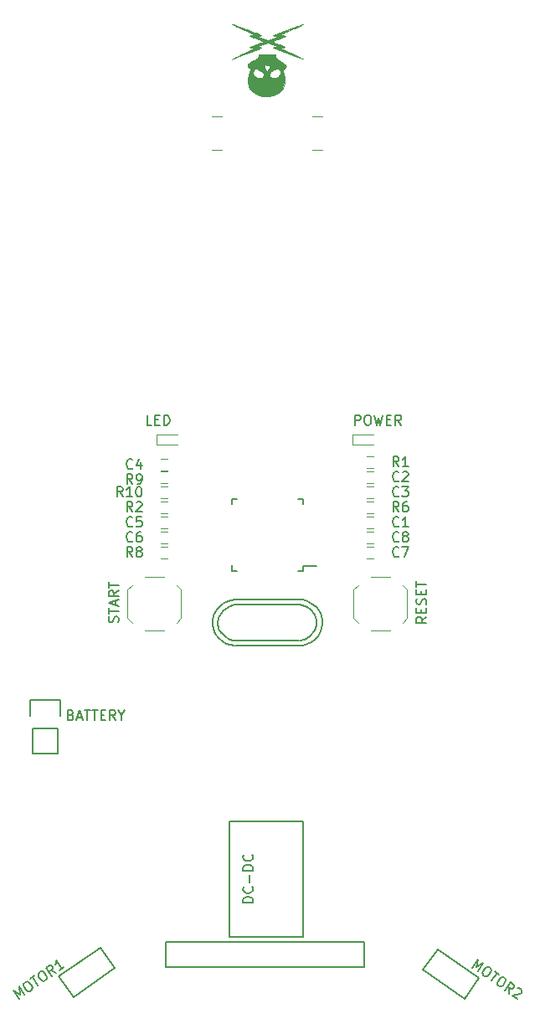
<source format=gbr>
G04 #@! TF.GenerationSoftware,KiCad,Pcbnew,no-vcs-found-c78a2ba~59~ubuntu16.10.1*
G04 #@! TF.CreationDate,2017-09-21T00:22:34+02:00*
G04 #@! TF.ProjectId,rat_board,7261745F626F6172642E6B696361645F,rev?*
G04 #@! TF.SameCoordinates,Original
G04 #@! TF.FileFunction,Legend,Top*
G04 #@! TF.FilePolarity,Positive*
%FSLAX46Y46*%
G04 Gerber Fmt 4.6, Leading zero omitted, Abs format (unit mm)*
G04 Created by KiCad (PCBNEW no-vcs-found-c78a2ba~59~ubuntu16.10.1) date Thu Sep 21 00:22:34 2017*
%MOMM*%
%LPD*%
G01*
G04 APERTURE LIST*
%ADD10C,0.150000*%
%ADD11C,0.120000*%
%ADD12C,0.010000*%
G04 APERTURE END LIST*
D10*
X144621000Y-126230000D02*
X137121000Y-126230000D01*
X144621000Y-137930000D02*
X137121000Y-137930000D01*
X137121000Y-137930000D02*
X137121000Y-126230000D01*
X144621000Y-137930000D02*
X144621000Y-126230000D01*
X162345411Y-142115003D02*
X160888527Y-144195649D01*
X156727235Y-141281881D02*
X160888527Y-144195649D01*
X158184119Y-139201235D02*
X156727235Y-141281881D01*
X162345411Y-142115003D02*
X158184119Y-139201235D01*
X124058527Y-139014351D02*
X125515411Y-141094997D01*
X121354119Y-144008765D02*
X125515411Y-141094997D01*
X119897235Y-141928119D02*
X121354119Y-144008765D01*
X124058527Y-139014351D02*
X119897235Y-141928119D01*
X150749000Y-138430000D02*
X150749000Y-140970000D01*
X130683000Y-138430000D02*
X150749000Y-138430000D01*
X130683000Y-140970000D02*
X130683000Y-138430000D01*
X130683000Y-140970000D02*
X150749000Y-140970000D01*
D11*
X151734000Y-90516000D02*
X151034000Y-90516000D01*
X151034000Y-89316000D02*
X151734000Y-89316000D01*
X130206000Y-93888000D02*
X130906000Y-93888000D01*
X130906000Y-95088000D02*
X130206000Y-95088000D01*
X151034000Y-93888000D02*
X151734000Y-93888000D01*
X151734000Y-95088000D02*
X151034000Y-95088000D01*
X130906000Y-99660000D02*
X130206000Y-99660000D01*
X130206000Y-98460000D02*
X130906000Y-98460000D01*
X130906000Y-92040000D02*
X130206000Y-92040000D01*
X130206000Y-90840000D02*
X130906000Y-90840000D01*
X130206000Y-92364000D02*
X130906000Y-92364000D01*
X130906000Y-93564000D02*
X130206000Y-93564000D01*
D10*
X144595000Y-100457000D02*
X145970000Y-100457000D01*
X137345000Y-100907000D02*
X137870000Y-100907000D01*
X137345000Y-93657000D02*
X137870000Y-93657000D01*
X144595000Y-93657000D02*
X144070000Y-93657000D01*
X144595000Y-100907000D02*
X144070000Y-100907000D01*
X144595000Y-93657000D02*
X144595000Y-94182000D01*
X137345000Y-93657000D02*
X137345000Y-94182000D01*
X137345000Y-100907000D02*
X137345000Y-100382000D01*
X144595000Y-100907000D02*
X144595000Y-100457000D01*
D11*
X126840000Y-102817000D02*
X127290000Y-102367000D01*
X128540000Y-101567000D02*
X130540000Y-101567000D01*
X131790000Y-102367000D02*
X132240000Y-102817000D01*
X132240000Y-102817000D02*
X132240000Y-105717000D01*
X132240000Y-105717000D02*
X131790000Y-106167000D01*
X130540000Y-106967000D02*
X128540000Y-106967000D01*
X127290000Y-106167000D02*
X126840000Y-105717000D01*
X126840000Y-105717000D02*
X126840000Y-102817000D01*
X155100000Y-105717000D02*
X154650000Y-106167000D01*
X153400000Y-106967000D02*
X151400000Y-106967000D01*
X150150000Y-106167000D02*
X149700000Y-105717000D01*
X149700000Y-105717000D02*
X149700000Y-102817000D01*
X149700000Y-102817000D02*
X150150000Y-102367000D01*
X151400000Y-101567000D02*
X153400000Y-101567000D01*
X154650000Y-102367000D02*
X155100000Y-102817000D01*
X155100000Y-102817000D02*
X155100000Y-105717000D01*
X151734000Y-96612000D02*
X151034000Y-96612000D01*
X151034000Y-95412000D02*
X151734000Y-95412000D01*
X151034000Y-90840000D02*
X151734000Y-90840000D01*
X151734000Y-92040000D02*
X151034000Y-92040000D01*
X151034000Y-92364000D02*
X151734000Y-92364000D01*
X151734000Y-93564000D02*
X151034000Y-93564000D01*
X130906000Y-90770000D02*
X130206000Y-90770000D01*
X130206000Y-89570000D02*
X130906000Y-89570000D01*
X130906000Y-96612000D02*
X130206000Y-96612000D01*
X130206000Y-95412000D02*
X130906000Y-95412000D01*
X130206000Y-96936000D02*
X130906000Y-96936000D01*
X130906000Y-98136000D02*
X130206000Y-98136000D01*
X151734000Y-99660000D02*
X151034000Y-99660000D01*
X151034000Y-98460000D02*
X151734000Y-98460000D01*
X151734000Y-98136000D02*
X151034000Y-98136000D01*
X151034000Y-96936000D02*
X151734000Y-96936000D01*
X149576000Y-87130000D02*
X151676000Y-87130000D01*
X149576000Y-88130000D02*
X151676000Y-88130000D01*
X149576000Y-87130000D02*
X149576000Y-88130000D01*
X129764000Y-87130000D02*
X131864000Y-87130000D01*
X129764000Y-88130000D02*
X131864000Y-88130000D01*
X129764000Y-87130000D02*
X129764000Y-88130000D01*
D10*
X119761000Y-119380000D02*
X117221000Y-119380000D01*
X119761000Y-116840000D02*
X119761000Y-119380000D01*
X120041000Y-114020000D02*
X116941000Y-114020000D01*
X120041000Y-115570000D02*
X120041000Y-114020000D01*
X117221000Y-116840000D02*
X119761000Y-116840000D01*
X117221000Y-119380000D02*
X117221000Y-116840000D01*
X116941000Y-114020000D02*
X116941000Y-115570000D01*
D12*
G36*
X137382590Y-49176441D02*
X137433438Y-49147918D01*
X137526735Y-49100891D01*
X137663203Y-49035002D01*
X137843566Y-48949892D01*
X138068548Y-48845201D01*
X138338872Y-48720570D01*
X138513797Y-48640346D01*
X138731689Y-48540093D01*
X138934174Y-48445998D01*
X139116813Y-48360189D01*
X139275169Y-48284797D01*
X139404800Y-48221951D01*
X139501270Y-48173781D01*
X139560138Y-48142418D01*
X139577181Y-48130118D01*
X139546858Y-48114126D01*
X139481792Y-48085844D01*
X139394815Y-48050794D01*
X139374855Y-48043047D01*
X139286235Y-48007554D01*
X139218183Y-47977794D01*
X139182851Y-47959149D01*
X139180648Y-47957030D01*
X139201432Y-47945250D01*
X139264465Y-47918739D01*
X139364088Y-47879658D01*
X139494642Y-47830169D01*
X139650465Y-47772431D01*
X139825899Y-47708607D01*
X139917209Y-47675800D01*
X140099700Y-47609844D01*
X140264893Y-47548875D01*
X140407216Y-47495052D01*
X140521096Y-47450532D01*
X140600964Y-47417470D01*
X140641246Y-47398026D01*
X140644816Y-47394095D01*
X140617316Y-47382079D01*
X140547948Y-47355249D01*
X140442703Y-47315822D01*
X140307573Y-47266015D01*
X140148550Y-47208047D01*
X139971625Y-47144134D01*
X139897528Y-47117524D01*
X139716740Y-47051969D01*
X139553032Y-46991185D01*
X139412093Y-46937396D01*
X139299611Y-46892830D01*
X139221274Y-46859711D01*
X139182773Y-46840267D01*
X139179857Y-46836700D01*
X139207830Y-46819504D01*
X139271429Y-46791072D01*
X139358286Y-46756825D01*
X139382380Y-46747919D01*
X139471087Y-46713723D01*
X139537609Y-46684565D01*
X139570601Y-46665535D01*
X139572286Y-46662748D01*
X139549800Y-46649173D01*
X139485890Y-46616928D01*
X139385408Y-46568308D01*
X139253205Y-46505606D01*
X139094130Y-46431114D01*
X138913035Y-46347127D01*
X138714770Y-46255938D01*
X138626136Y-46215399D01*
X138344781Y-46086805D01*
X138106601Y-45977631D01*
X137908477Y-45886384D01*
X137747292Y-45811569D01*
X137619926Y-45751691D01*
X137523260Y-45705256D01*
X137454176Y-45670769D01*
X137409554Y-45646735D01*
X137386276Y-45631659D01*
X137381223Y-45624048D01*
X137388600Y-45622328D01*
X137418499Y-45631176D01*
X137491680Y-45656640D01*
X137603982Y-45697177D01*
X137751245Y-45751242D01*
X137929309Y-45817291D01*
X138134011Y-45893779D01*
X138361193Y-45979164D01*
X138606692Y-46071899D01*
X138866350Y-46170441D01*
X138906139Y-46185581D01*
X139166425Y-46284899D01*
X139412125Y-46379126D01*
X139639207Y-46466686D01*
X139843642Y-46546001D01*
X140021397Y-46615495D01*
X140168443Y-46673590D01*
X140280748Y-46718709D01*
X140354281Y-46749275D01*
X140385011Y-46763711D01*
X140385689Y-46764445D01*
X140363577Y-46779617D01*
X140304490Y-46806531D01*
X140219459Y-46840322D01*
X140182442Y-46854026D01*
X139979084Y-46927863D01*
X141006612Y-47287507D01*
X141388356Y-47154142D01*
X141525945Y-47105762D01*
X141652852Y-47060567D01*
X141758471Y-47022376D01*
X141832194Y-46995008D01*
X141854364Y-46986338D01*
X141938627Y-46951900D01*
X141746414Y-46880453D01*
X141657266Y-46845307D01*
X141590113Y-46815007D01*
X141556274Y-46794790D01*
X141554309Y-46791553D01*
X141577322Y-46779572D01*
X141643060Y-46751736D01*
X141746633Y-46709901D01*
X141883154Y-46655921D01*
X142047732Y-46591651D01*
X142235479Y-46518945D01*
X142441506Y-46439657D01*
X142660924Y-46355643D01*
X142888844Y-46268756D01*
X143120377Y-46180852D01*
X143350635Y-46093784D01*
X143574729Y-46009408D01*
X143787768Y-45929578D01*
X143984866Y-45856149D01*
X144161132Y-45790974D01*
X144311677Y-45735909D01*
X144431614Y-45692808D01*
X144516052Y-45663526D01*
X144560104Y-45649917D01*
X144565403Y-45649336D01*
X144545711Y-45662119D01*
X144484506Y-45693682D01*
X144386513Y-45741768D01*
X144256457Y-45804122D01*
X144099066Y-45878486D01*
X143919064Y-45962605D01*
X143721177Y-46054222D01*
X143618249Y-46101565D01*
X143405087Y-46199434D01*
X143200396Y-46293471D01*
X143010119Y-46380943D01*
X142840194Y-46459116D01*
X142696562Y-46525257D01*
X142585165Y-46576633D01*
X142511942Y-46610511D01*
X142496555Y-46617671D01*
X142334009Y-46693541D01*
X142509255Y-46760634D01*
X142602852Y-46796454D01*
X142683227Y-46827190D01*
X142733728Y-46846473D01*
X142735300Y-46847072D01*
X142753898Y-46854494D01*
X142764383Y-46861930D01*
X142762278Y-46871307D01*
X142743105Y-46884552D01*
X142702386Y-46903593D01*
X142635644Y-46930356D01*
X142538399Y-46966771D01*
X142406176Y-47014764D01*
X142234495Y-47076262D01*
X142049500Y-47142270D01*
X141876041Y-47204501D01*
X141718239Y-47261795D01*
X141582440Y-47311794D01*
X141474989Y-47352139D01*
X141402229Y-47380472D01*
X141370507Y-47394435D01*
X141369924Y-47394868D01*
X141387913Y-47407365D01*
X141448114Y-47434432D01*
X141544804Y-47473819D01*
X141672262Y-47523272D01*
X141824764Y-47580540D01*
X141996590Y-47643369D01*
X142050797Y-47662875D01*
X142228988Y-47727208D01*
X142391192Y-47786627D01*
X142531358Y-47838847D01*
X142643437Y-47881584D01*
X142721376Y-47912552D01*
X142759127Y-47929466D01*
X142761649Y-47931336D01*
X142744412Y-47947215D01*
X142689217Y-47975361D01*
X142605968Y-48011010D01*
X142553367Y-48031503D01*
X142451227Y-48070489D01*
X142390637Y-48096300D01*
X142365601Y-48113652D01*
X142370124Y-48127263D01*
X142398209Y-48141848D01*
X142407791Y-48146018D01*
X142490582Y-48182612D01*
X142606030Y-48234719D01*
X142748603Y-48299759D01*
X142912769Y-48375152D01*
X143092995Y-48458319D01*
X143283749Y-48546678D01*
X143479498Y-48637650D01*
X143674710Y-48728655D01*
X143863853Y-48817113D01*
X144041394Y-48900443D01*
X144201800Y-48976065D01*
X144339540Y-49041400D01*
X144449081Y-49093867D01*
X144524891Y-49130886D01*
X144561436Y-49149877D01*
X144563767Y-49151483D01*
X144553892Y-49155188D01*
X144505702Y-49143093D01*
X144428274Y-49117698D01*
X144386300Y-49102594D01*
X144333945Y-49083023D01*
X144240375Y-49047754D01*
X144111054Y-48998863D01*
X143951444Y-48938425D01*
X143767007Y-48868516D01*
X143563207Y-48791211D01*
X143345505Y-48708585D01*
X143119364Y-48622714D01*
X142890246Y-48535673D01*
X142663615Y-48449536D01*
X142444932Y-48366381D01*
X142239660Y-48288281D01*
X142053262Y-48217312D01*
X141891200Y-48155549D01*
X141758936Y-48105069D01*
X141661933Y-48067945D01*
X141605654Y-48046254D01*
X141598796Y-48043568D01*
X141566956Y-48019553D01*
X141585015Y-47992012D01*
X141653295Y-47960563D01*
X141675204Y-47953045D01*
X141766083Y-47920914D01*
X141855494Y-47886155D01*
X141858731Y-47884810D01*
X141947362Y-47847838D01*
X141477731Y-47682328D01*
X141008100Y-47516819D01*
X140690600Y-47626411D01*
X140550193Y-47675125D01*
X140406752Y-47725313D01*
X140277679Y-47770864D01*
X140185296Y-47803885D01*
X139997492Y-47871767D01*
X140185296Y-47942300D01*
X140276143Y-47977497D01*
X140347919Y-48007307D01*
X140387744Y-48026331D01*
X140390985Y-48028572D01*
X140370488Y-48039435D01*
X140307203Y-48066460D01*
X140205850Y-48107821D01*
X140071150Y-48161695D01*
X139907823Y-48226257D01*
X139720591Y-48299681D01*
X139514175Y-48380145D01*
X139293295Y-48465822D01*
X139062672Y-48554890D01*
X138827026Y-48645522D01*
X138591080Y-48735895D01*
X138359552Y-48824184D01*
X138137166Y-48908565D01*
X137928640Y-48987213D01*
X137738696Y-49058304D01*
X137572055Y-49120013D01*
X137477500Y-49154581D01*
X137405345Y-49179414D01*
X137373467Y-49186820D01*
X137382590Y-49176441D01*
X137382590Y-49176441D01*
G37*
X137382590Y-49176441D02*
X137433438Y-49147918D01*
X137526735Y-49100891D01*
X137663203Y-49035002D01*
X137843566Y-48949892D01*
X138068548Y-48845201D01*
X138338872Y-48720570D01*
X138513797Y-48640346D01*
X138731689Y-48540093D01*
X138934174Y-48445998D01*
X139116813Y-48360189D01*
X139275169Y-48284797D01*
X139404800Y-48221951D01*
X139501270Y-48173781D01*
X139560138Y-48142418D01*
X139577181Y-48130118D01*
X139546858Y-48114126D01*
X139481792Y-48085844D01*
X139394815Y-48050794D01*
X139374855Y-48043047D01*
X139286235Y-48007554D01*
X139218183Y-47977794D01*
X139182851Y-47959149D01*
X139180648Y-47957030D01*
X139201432Y-47945250D01*
X139264465Y-47918739D01*
X139364088Y-47879658D01*
X139494642Y-47830169D01*
X139650465Y-47772431D01*
X139825899Y-47708607D01*
X139917209Y-47675800D01*
X140099700Y-47609844D01*
X140264893Y-47548875D01*
X140407216Y-47495052D01*
X140521096Y-47450532D01*
X140600964Y-47417470D01*
X140641246Y-47398026D01*
X140644816Y-47394095D01*
X140617316Y-47382079D01*
X140547948Y-47355249D01*
X140442703Y-47315822D01*
X140307573Y-47266015D01*
X140148550Y-47208047D01*
X139971625Y-47144134D01*
X139897528Y-47117524D01*
X139716740Y-47051969D01*
X139553032Y-46991185D01*
X139412093Y-46937396D01*
X139299611Y-46892830D01*
X139221274Y-46859711D01*
X139182773Y-46840267D01*
X139179857Y-46836700D01*
X139207830Y-46819504D01*
X139271429Y-46791072D01*
X139358286Y-46756825D01*
X139382380Y-46747919D01*
X139471087Y-46713723D01*
X139537609Y-46684565D01*
X139570601Y-46665535D01*
X139572286Y-46662748D01*
X139549800Y-46649173D01*
X139485890Y-46616928D01*
X139385408Y-46568308D01*
X139253205Y-46505606D01*
X139094130Y-46431114D01*
X138913035Y-46347127D01*
X138714770Y-46255938D01*
X138626136Y-46215399D01*
X138344781Y-46086805D01*
X138106601Y-45977631D01*
X137908477Y-45886384D01*
X137747292Y-45811569D01*
X137619926Y-45751691D01*
X137523260Y-45705256D01*
X137454176Y-45670769D01*
X137409554Y-45646735D01*
X137386276Y-45631659D01*
X137381223Y-45624048D01*
X137388600Y-45622328D01*
X137418499Y-45631176D01*
X137491680Y-45656640D01*
X137603982Y-45697177D01*
X137751245Y-45751242D01*
X137929309Y-45817291D01*
X138134011Y-45893779D01*
X138361193Y-45979164D01*
X138606692Y-46071899D01*
X138866350Y-46170441D01*
X138906139Y-46185581D01*
X139166425Y-46284899D01*
X139412125Y-46379126D01*
X139639207Y-46466686D01*
X139843642Y-46546001D01*
X140021397Y-46615495D01*
X140168443Y-46673590D01*
X140280748Y-46718709D01*
X140354281Y-46749275D01*
X140385011Y-46763711D01*
X140385689Y-46764445D01*
X140363577Y-46779617D01*
X140304490Y-46806531D01*
X140219459Y-46840322D01*
X140182442Y-46854026D01*
X139979084Y-46927863D01*
X141006612Y-47287507D01*
X141388356Y-47154142D01*
X141525945Y-47105762D01*
X141652852Y-47060567D01*
X141758471Y-47022376D01*
X141832194Y-46995008D01*
X141854364Y-46986338D01*
X141938627Y-46951900D01*
X141746414Y-46880453D01*
X141657266Y-46845307D01*
X141590113Y-46815007D01*
X141556274Y-46794790D01*
X141554309Y-46791553D01*
X141577322Y-46779572D01*
X141643060Y-46751736D01*
X141746633Y-46709901D01*
X141883154Y-46655921D01*
X142047732Y-46591651D01*
X142235479Y-46518945D01*
X142441506Y-46439657D01*
X142660924Y-46355643D01*
X142888844Y-46268756D01*
X143120377Y-46180852D01*
X143350635Y-46093784D01*
X143574729Y-46009408D01*
X143787768Y-45929578D01*
X143984866Y-45856149D01*
X144161132Y-45790974D01*
X144311677Y-45735909D01*
X144431614Y-45692808D01*
X144516052Y-45663526D01*
X144560104Y-45649917D01*
X144565403Y-45649336D01*
X144545711Y-45662119D01*
X144484506Y-45693682D01*
X144386513Y-45741768D01*
X144256457Y-45804122D01*
X144099066Y-45878486D01*
X143919064Y-45962605D01*
X143721177Y-46054222D01*
X143618249Y-46101565D01*
X143405087Y-46199434D01*
X143200396Y-46293471D01*
X143010119Y-46380943D01*
X142840194Y-46459116D01*
X142696562Y-46525257D01*
X142585165Y-46576633D01*
X142511942Y-46610511D01*
X142496555Y-46617671D01*
X142334009Y-46693541D01*
X142509255Y-46760634D01*
X142602852Y-46796454D01*
X142683227Y-46827190D01*
X142733728Y-46846473D01*
X142735300Y-46847072D01*
X142753898Y-46854494D01*
X142764383Y-46861930D01*
X142762278Y-46871307D01*
X142743105Y-46884552D01*
X142702386Y-46903593D01*
X142635644Y-46930356D01*
X142538399Y-46966771D01*
X142406176Y-47014764D01*
X142234495Y-47076262D01*
X142049500Y-47142270D01*
X141876041Y-47204501D01*
X141718239Y-47261795D01*
X141582440Y-47311794D01*
X141474989Y-47352139D01*
X141402229Y-47380472D01*
X141370507Y-47394435D01*
X141369924Y-47394868D01*
X141387913Y-47407365D01*
X141448114Y-47434432D01*
X141544804Y-47473819D01*
X141672262Y-47523272D01*
X141824764Y-47580540D01*
X141996590Y-47643369D01*
X142050797Y-47662875D01*
X142228988Y-47727208D01*
X142391192Y-47786627D01*
X142531358Y-47838847D01*
X142643437Y-47881584D01*
X142721376Y-47912552D01*
X142759127Y-47929466D01*
X142761649Y-47931336D01*
X142744412Y-47947215D01*
X142689217Y-47975361D01*
X142605968Y-48011010D01*
X142553367Y-48031503D01*
X142451227Y-48070489D01*
X142390637Y-48096300D01*
X142365601Y-48113652D01*
X142370124Y-48127263D01*
X142398209Y-48141848D01*
X142407791Y-48146018D01*
X142490582Y-48182612D01*
X142606030Y-48234719D01*
X142748603Y-48299759D01*
X142912769Y-48375152D01*
X143092995Y-48458319D01*
X143283749Y-48546678D01*
X143479498Y-48637650D01*
X143674710Y-48728655D01*
X143863853Y-48817113D01*
X144041394Y-48900443D01*
X144201800Y-48976065D01*
X144339540Y-49041400D01*
X144449081Y-49093867D01*
X144524891Y-49130886D01*
X144561436Y-49149877D01*
X144563767Y-49151483D01*
X144553892Y-49155188D01*
X144505702Y-49143093D01*
X144428274Y-49117698D01*
X144386300Y-49102594D01*
X144333945Y-49083023D01*
X144240375Y-49047754D01*
X144111054Y-48998863D01*
X143951444Y-48938425D01*
X143767007Y-48868516D01*
X143563207Y-48791211D01*
X143345505Y-48708585D01*
X143119364Y-48622714D01*
X142890246Y-48535673D01*
X142663615Y-48449536D01*
X142444932Y-48366381D01*
X142239660Y-48288281D01*
X142053262Y-48217312D01*
X141891200Y-48155549D01*
X141758936Y-48105069D01*
X141661933Y-48067945D01*
X141605654Y-48046254D01*
X141598796Y-48043568D01*
X141566956Y-48019553D01*
X141585015Y-47992012D01*
X141653295Y-47960563D01*
X141675204Y-47953045D01*
X141766083Y-47920914D01*
X141855494Y-47886155D01*
X141858731Y-47884810D01*
X141947362Y-47847838D01*
X141477731Y-47682328D01*
X141008100Y-47516819D01*
X140690600Y-47626411D01*
X140550193Y-47675125D01*
X140406752Y-47725313D01*
X140277679Y-47770864D01*
X140185296Y-47803885D01*
X139997492Y-47871767D01*
X140185296Y-47942300D01*
X140276143Y-47977497D01*
X140347919Y-48007307D01*
X140387744Y-48026331D01*
X140390985Y-48028572D01*
X140370488Y-48039435D01*
X140307203Y-48066460D01*
X140205850Y-48107821D01*
X140071150Y-48161695D01*
X139907823Y-48226257D01*
X139720591Y-48299681D01*
X139514175Y-48380145D01*
X139293295Y-48465822D01*
X139062672Y-48554890D01*
X138827026Y-48645522D01*
X138591080Y-48735895D01*
X138359552Y-48824184D01*
X138137166Y-48908565D01*
X137928640Y-48987213D01*
X137738696Y-49058304D01*
X137572055Y-49120013D01*
X137477500Y-49154581D01*
X137405345Y-49179414D01*
X137373467Y-49186820D01*
X137382590Y-49176441D01*
G36*
X140721101Y-52928384D02*
X140566322Y-52920434D01*
X140471654Y-52909348D01*
X140182345Y-52843249D01*
X139913760Y-52743415D01*
X139670909Y-52613321D01*
X139458798Y-52456440D01*
X139282437Y-52276246D01*
X139146833Y-52076215D01*
X139087531Y-51949173D01*
X139060812Y-51870028D01*
X139042240Y-51784149D01*
X139029900Y-51678347D01*
X139021878Y-51539434D01*
X139019801Y-51482505D01*
X139026847Y-51158716D01*
X139070658Y-50832128D01*
X139153044Y-50490403D01*
X139177270Y-50409559D01*
X139210363Y-50291204D01*
X139221768Y-50206119D01*
X139209314Y-50140672D01*
X139170831Y-50081232D01*
X139116089Y-50025300D01*
X139025192Y-49924180D01*
X138981120Y-49834320D01*
X138982192Y-49751885D01*
X138988500Y-49733927D01*
X139024811Y-49665313D01*
X139077592Y-49602238D01*
X139153178Y-49540198D01*
X139257908Y-49474689D01*
X139398118Y-49401208D01*
X139573000Y-49318518D01*
X139684699Y-49264214D01*
X139787911Y-49208451D01*
X139867845Y-49159480D01*
X139897964Y-49137228D01*
X139994163Y-49028858D01*
X140057942Y-48900496D01*
X140081000Y-48769012D01*
X140081265Y-48722489D01*
X140087646Y-48691956D01*
X140108527Y-48675315D01*
X140152290Y-48670467D01*
X140227317Y-48675314D01*
X140341990Y-48687757D01*
X140385800Y-48692705D01*
X140458827Y-48698143D01*
X140573011Y-48703213D01*
X140718711Y-48707648D01*
X140886282Y-48711180D01*
X141066084Y-48713542D01*
X141163604Y-48714232D01*
X141776308Y-48717200D01*
X141792927Y-48821131D01*
X141826278Y-48951674D01*
X141885455Y-49070662D01*
X141975418Y-49183620D01*
X142101129Y-49296073D01*
X142267551Y-49413548D01*
X142396446Y-49493163D01*
X142548800Y-49584300D01*
X142662654Y-49655058D01*
X142743578Y-49710324D01*
X142797141Y-49754986D01*
X142828914Y-49793932D01*
X142844467Y-49832049D01*
X142849370Y-49874225D01*
X142849600Y-49890809D01*
X142845804Y-49940772D01*
X141208008Y-49940772D01*
X141201152Y-49847180D01*
X141175170Y-49799074D01*
X141138132Y-49764619D01*
X141101550Y-49766812D01*
X141057405Y-49795893D01*
X140974462Y-49830749D01*
X140878576Y-49818073D01*
X140818398Y-49790350D01*
X140764044Y-49762710D01*
X140733543Y-49761829D01*
X140707065Y-49788535D01*
X140702040Y-49795205D01*
X140672159Y-49874525D01*
X140674147Y-49980057D01*
X140705145Y-50100936D01*
X140762297Y-50226297D01*
X140842745Y-50345274D01*
X140848537Y-50352317D01*
X140909308Y-50425334D01*
X141013257Y-50307242D01*
X141111895Y-50177602D01*
X141177534Y-50053179D01*
X141208008Y-49940772D01*
X142845804Y-49940772D01*
X142845292Y-49947505D01*
X142827000Y-49995523D01*
X142786677Y-50048402D01*
X142716273Y-50119683D01*
X142709900Y-50125818D01*
X142652324Y-50182653D01*
X142611075Y-50231981D01*
X142585178Y-50282478D01*
X142573655Y-50342816D01*
X142575528Y-50421671D01*
X142589820Y-50527716D01*
X142594380Y-50552865D01*
X142290243Y-50552865D01*
X142273846Y-50439053D01*
X142229088Y-50328907D01*
X142164847Y-50241131D01*
X142128208Y-50211486D01*
X142034231Y-50178163D01*
X141912535Y-50172914D01*
X141777215Y-50194960D01*
X141655024Y-50237673D01*
X141509432Y-50317514D01*
X141381177Y-50415159D01*
X141277636Y-50522680D01*
X141206188Y-50632147D01*
X141174211Y-50735633D01*
X141173200Y-50755435D01*
X141176404Y-50771475D01*
X140599857Y-50771475D01*
X140585263Y-50672143D01*
X140526422Y-50564505D01*
X140453751Y-50476493D01*
X140332700Y-50366667D01*
X140196348Y-50278533D01*
X140053618Y-50214718D01*
X139913436Y-50177849D01*
X139784725Y-50170550D01*
X139676411Y-50195450D01*
X139620038Y-50231147D01*
X139548996Y-50326029D01*
X139506697Y-50452660D01*
X139496800Y-50559146D01*
X139517434Y-50696283D01*
X139581014Y-50815934D01*
X139690059Y-50921511D01*
X139827000Y-51006199D01*
X139897210Y-51037406D01*
X139970440Y-51055750D01*
X140063811Y-51064300D01*
X140161601Y-51066143D01*
X140303391Y-51060291D01*
X140406481Y-51038386D01*
X140481813Y-50995152D01*
X140540332Y-50925317D01*
X140571970Y-50868362D01*
X140599857Y-50771475D01*
X141176404Y-50771475D01*
X141195744Y-50868281D01*
X141259095Y-50959696D01*
X141356838Y-51026968D01*
X141482555Y-51067385D01*
X141629830Y-51078235D01*
X141792246Y-51056807D01*
X141850234Y-51041551D01*
X142006287Y-50975263D01*
X142134213Y-50880834D01*
X142227748Y-50765222D01*
X142280629Y-50635383D01*
X142290243Y-50552865D01*
X142594380Y-50552865D01*
X142615553Y-50669625D01*
X142636461Y-50777557D01*
X142686078Y-51089431D01*
X142705618Y-51364150D01*
X142695082Y-51605500D01*
X142654469Y-51817264D01*
X142636577Y-51875127D01*
X142547701Y-52090378D01*
X142434058Y-52273948D01*
X142284452Y-52443108D01*
X142242800Y-52482698D01*
X142087212Y-52604214D01*
X141898017Y-52716723D01*
X141692410Y-52811051D01*
X141516100Y-52870489D01*
X141401560Y-52893329D01*
X141250607Y-52911066D01*
X141077426Y-52923173D01*
X140896196Y-52929121D01*
X140721101Y-52928384D01*
X140721101Y-52928384D01*
G37*
X140721101Y-52928384D02*
X140566322Y-52920434D01*
X140471654Y-52909348D01*
X140182345Y-52843249D01*
X139913760Y-52743415D01*
X139670909Y-52613321D01*
X139458798Y-52456440D01*
X139282437Y-52276246D01*
X139146833Y-52076215D01*
X139087531Y-51949173D01*
X139060812Y-51870028D01*
X139042240Y-51784149D01*
X139029900Y-51678347D01*
X139021878Y-51539434D01*
X139019801Y-51482505D01*
X139026847Y-51158716D01*
X139070658Y-50832128D01*
X139153044Y-50490403D01*
X139177270Y-50409559D01*
X139210363Y-50291204D01*
X139221768Y-50206119D01*
X139209314Y-50140672D01*
X139170831Y-50081232D01*
X139116089Y-50025300D01*
X139025192Y-49924180D01*
X138981120Y-49834320D01*
X138982192Y-49751885D01*
X138988500Y-49733927D01*
X139024811Y-49665313D01*
X139077592Y-49602238D01*
X139153178Y-49540198D01*
X139257908Y-49474689D01*
X139398118Y-49401208D01*
X139573000Y-49318518D01*
X139684699Y-49264214D01*
X139787911Y-49208451D01*
X139867845Y-49159480D01*
X139897964Y-49137228D01*
X139994163Y-49028858D01*
X140057942Y-48900496D01*
X140081000Y-48769012D01*
X140081265Y-48722489D01*
X140087646Y-48691956D01*
X140108527Y-48675315D01*
X140152290Y-48670467D01*
X140227317Y-48675314D01*
X140341990Y-48687757D01*
X140385800Y-48692705D01*
X140458827Y-48698143D01*
X140573011Y-48703213D01*
X140718711Y-48707648D01*
X140886282Y-48711180D01*
X141066084Y-48713542D01*
X141163604Y-48714232D01*
X141776308Y-48717200D01*
X141792927Y-48821131D01*
X141826278Y-48951674D01*
X141885455Y-49070662D01*
X141975418Y-49183620D01*
X142101129Y-49296073D01*
X142267551Y-49413548D01*
X142396446Y-49493163D01*
X142548800Y-49584300D01*
X142662654Y-49655058D01*
X142743578Y-49710324D01*
X142797141Y-49754986D01*
X142828914Y-49793932D01*
X142844467Y-49832049D01*
X142849370Y-49874225D01*
X142849600Y-49890809D01*
X142845804Y-49940772D01*
X141208008Y-49940772D01*
X141201152Y-49847180D01*
X141175170Y-49799074D01*
X141138132Y-49764619D01*
X141101550Y-49766812D01*
X141057405Y-49795893D01*
X140974462Y-49830749D01*
X140878576Y-49818073D01*
X140818398Y-49790350D01*
X140764044Y-49762710D01*
X140733543Y-49761829D01*
X140707065Y-49788535D01*
X140702040Y-49795205D01*
X140672159Y-49874525D01*
X140674147Y-49980057D01*
X140705145Y-50100936D01*
X140762297Y-50226297D01*
X140842745Y-50345274D01*
X140848537Y-50352317D01*
X140909308Y-50425334D01*
X141013257Y-50307242D01*
X141111895Y-50177602D01*
X141177534Y-50053179D01*
X141208008Y-49940772D01*
X142845804Y-49940772D01*
X142845292Y-49947505D01*
X142827000Y-49995523D01*
X142786677Y-50048402D01*
X142716273Y-50119683D01*
X142709900Y-50125818D01*
X142652324Y-50182653D01*
X142611075Y-50231981D01*
X142585178Y-50282478D01*
X142573655Y-50342816D01*
X142575528Y-50421671D01*
X142589820Y-50527716D01*
X142594380Y-50552865D01*
X142290243Y-50552865D01*
X142273846Y-50439053D01*
X142229088Y-50328907D01*
X142164847Y-50241131D01*
X142128208Y-50211486D01*
X142034231Y-50178163D01*
X141912535Y-50172914D01*
X141777215Y-50194960D01*
X141655024Y-50237673D01*
X141509432Y-50317514D01*
X141381177Y-50415159D01*
X141277636Y-50522680D01*
X141206188Y-50632147D01*
X141174211Y-50735633D01*
X141173200Y-50755435D01*
X141176404Y-50771475D01*
X140599857Y-50771475D01*
X140585263Y-50672143D01*
X140526422Y-50564505D01*
X140453751Y-50476493D01*
X140332700Y-50366667D01*
X140196348Y-50278533D01*
X140053618Y-50214718D01*
X139913436Y-50177849D01*
X139784725Y-50170550D01*
X139676411Y-50195450D01*
X139620038Y-50231147D01*
X139548996Y-50326029D01*
X139506697Y-50452660D01*
X139496800Y-50559146D01*
X139517434Y-50696283D01*
X139581014Y-50815934D01*
X139690059Y-50921511D01*
X139827000Y-51006199D01*
X139897210Y-51037406D01*
X139970440Y-51055750D01*
X140063811Y-51064300D01*
X140161601Y-51066143D01*
X140303391Y-51060291D01*
X140406481Y-51038386D01*
X140481813Y-50995152D01*
X140540332Y-50925317D01*
X140571970Y-50868362D01*
X140599857Y-50771475D01*
X141176404Y-50771475D01*
X141195744Y-50868281D01*
X141259095Y-50959696D01*
X141356838Y-51026968D01*
X141482555Y-51067385D01*
X141629830Y-51078235D01*
X141792246Y-51056807D01*
X141850234Y-51041551D01*
X142006287Y-50975263D01*
X142134213Y-50880834D01*
X142227748Y-50765222D01*
X142280629Y-50635383D01*
X142290243Y-50552865D01*
X142594380Y-50552865D01*
X142615553Y-50669625D01*
X142636461Y-50777557D01*
X142686078Y-51089431D01*
X142705618Y-51364150D01*
X142695082Y-51605500D01*
X142654469Y-51817264D01*
X142636577Y-51875127D01*
X142547701Y-52090378D01*
X142434058Y-52273948D01*
X142284452Y-52443108D01*
X142242800Y-52482698D01*
X142087212Y-52604214D01*
X141898017Y-52716723D01*
X141692410Y-52811051D01*
X141516100Y-52870489D01*
X141401560Y-52893329D01*
X141250607Y-52911066D01*
X141077426Y-52923173D01*
X140896196Y-52929121D01*
X140721101Y-52928384D01*
D10*
X136271000Y-107172760D02*
X136070340Y-106771440D01*
X136070340Y-106771440D02*
X135968740Y-106172000D01*
X135968740Y-106172000D02*
X136070340Y-105671620D01*
X136070340Y-105671620D02*
X136469120Y-104973120D01*
X136469120Y-104973120D02*
X137071100Y-104571800D01*
X137071100Y-104571800D02*
X137670540Y-104371140D01*
X137670540Y-104371140D02*
X144269460Y-104371140D01*
X144269460Y-104371140D02*
X144970500Y-104571800D01*
X144970500Y-104571800D02*
X145369280Y-104871520D01*
X145369280Y-104871520D02*
X145770600Y-105371900D01*
X145770600Y-105371900D02*
X145971260Y-105971340D01*
X145971260Y-105971340D02*
X145971260Y-106471720D01*
X145971260Y-106471720D02*
X145770600Y-106972100D01*
X145770600Y-106972100D02*
X145270220Y-107571540D01*
X145270220Y-107571540D02*
X144769840Y-107871260D01*
X144769840Y-107871260D02*
X144269460Y-107972860D01*
X144170400Y-107972860D02*
X137568940Y-107972860D01*
X137568940Y-107972860D02*
X137170160Y-107871260D01*
X137170160Y-107871260D02*
X136669780Y-107571540D01*
X136669780Y-107571540D02*
X136169400Y-107071160D01*
X144160240Y-108501180D02*
X144619980Y-108452920D01*
X144619980Y-108452920D02*
X145018760Y-108341160D01*
X145018760Y-108341160D02*
X145450560Y-108122720D01*
X145450560Y-108122720D02*
X145740120Y-107891580D01*
X145740120Y-107891580D02*
X146070320Y-107541060D01*
X146070320Y-107541060D02*
X146359880Y-107002580D01*
X146359880Y-107002580D02*
X146489420Y-106403140D01*
X146489420Y-106403140D02*
X146489420Y-105892600D01*
X146489420Y-105892600D02*
X146319240Y-105191560D01*
X146319240Y-105191560D02*
X145920460Y-104602280D01*
X145920460Y-104602280D02*
X145460720Y-104231440D01*
X145460720Y-104231440D02*
X145039080Y-104023160D01*
X145039080Y-104023160D02*
X144589500Y-103863140D01*
X144589500Y-103863140D02*
X144150080Y-103832660D01*
X136809480Y-104051100D02*
X136431020Y-104272080D01*
X136431020Y-104272080D02*
X136110980Y-104551480D01*
X136110980Y-104551480D02*
X135859520Y-104881680D01*
X135859520Y-104881680D02*
X135559800Y-105432860D01*
X135559800Y-105432860D02*
X135450580Y-105902760D01*
X135450580Y-105902760D02*
X135430260Y-106362500D01*
X135430260Y-106362500D02*
X135519160Y-106822240D01*
X135519160Y-106822240D02*
X135709660Y-107271820D01*
X135709660Y-107271820D02*
X136070340Y-107741720D01*
X136070340Y-107741720D02*
X136420860Y-108061760D01*
X136420860Y-108061760D02*
X136809480Y-108292900D01*
X136809480Y-108292900D02*
X137238740Y-108432600D01*
X137238740Y-108432600D02*
X137680700Y-108501180D01*
X144170400Y-103842820D02*
X137718800Y-103842820D01*
X137718800Y-103842820D02*
X137299700Y-103880920D01*
X137299700Y-103880920D02*
X136809480Y-104051100D01*
X144170400Y-108501180D02*
X137718800Y-108501180D01*
D11*
X136390000Y-58322000D02*
X135390000Y-58322000D01*
X136390000Y-54962000D02*
X135390000Y-54962000D01*
X145550000Y-54962000D02*
X146550000Y-54962000D01*
X145550000Y-58322000D02*
X146550000Y-58322000D01*
D10*
X139517380Y-134460952D02*
X138517380Y-134460952D01*
X138517380Y-134222857D01*
X138565000Y-134080000D01*
X138660238Y-133984761D01*
X138755476Y-133937142D01*
X138945952Y-133889523D01*
X139088809Y-133889523D01*
X139279285Y-133937142D01*
X139374523Y-133984761D01*
X139469761Y-134080000D01*
X139517380Y-134222857D01*
X139517380Y-134460952D01*
X139422142Y-132889523D02*
X139469761Y-132937142D01*
X139517380Y-133080000D01*
X139517380Y-133175238D01*
X139469761Y-133318095D01*
X139374523Y-133413333D01*
X139279285Y-133460952D01*
X139088809Y-133508571D01*
X138945952Y-133508571D01*
X138755476Y-133460952D01*
X138660238Y-133413333D01*
X138565000Y-133318095D01*
X138517380Y-133175238D01*
X138517380Y-133080000D01*
X138565000Y-132937142D01*
X138612619Y-132889523D01*
X139136428Y-132460952D02*
X139136428Y-131699047D01*
X139517380Y-131222857D02*
X138517380Y-131222857D01*
X138517380Y-130984761D01*
X138565000Y-130841904D01*
X138660238Y-130746666D01*
X138755476Y-130699047D01*
X138945952Y-130651428D01*
X139088809Y-130651428D01*
X139279285Y-130699047D01*
X139374523Y-130746666D01*
X139469761Y-130841904D01*
X139517380Y-130984761D01*
X139517380Y-131222857D01*
X139422142Y-129651428D02*
X139469761Y-129699047D01*
X139517380Y-129841904D01*
X139517380Y-129937142D01*
X139469761Y-130080000D01*
X139374523Y-130175238D01*
X139279285Y-130222857D01*
X139088809Y-130270476D01*
X138945952Y-130270476D01*
X138755476Y-130222857D01*
X138660238Y-130175238D01*
X138565000Y-130080000D01*
X138517380Y-129937142D01*
X138517380Y-129841904D01*
X138565000Y-129699047D01*
X138612619Y-129651428D01*
X161708608Y-141040061D02*
X162282185Y-140220909D01*
X162145538Y-140997210D01*
X162828286Y-140603294D01*
X162254709Y-141422446D01*
X163374387Y-140985678D02*
X163530416Y-141094931D01*
X163581118Y-141188564D01*
X163604506Y-141321205D01*
X163534260Y-141504547D01*
X163343068Y-141777598D01*
X163194808Y-141906314D01*
X163062167Y-141929702D01*
X162956840Y-141914083D01*
X162800811Y-141804830D01*
X162750110Y-141711196D01*
X162726721Y-141578556D01*
X162796967Y-141395213D01*
X162988159Y-141122163D01*
X163136419Y-140993447D01*
X163269060Y-140970059D01*
X163374387Y-140985678D01*
X163959496Y-141395375D02*
X164427583Y-141723133D01*
X163619963Y-142378406D02*
X164193539Y-141559254D01*
X164856662Y-142023578D02*
X165012691Y-142132831D01*
X165063393Y-142226464D01*
X165086781Y-142359105D01*
X165016535Y-142542447D01*
X164825343Y-142815498D01*
X164677083Y-142944214D01*
X164544443Y-142967602D01*
X164439115Y-142951983D01*
X164283086Y-142842730D01*
X164232385Y-142749097D01*
X164208997Y-142616456D01*
X164279242Y-142433114D01*
X164470434Y-142160063D01*
X164618694Y-142031347D01*
X164751335Y-142007959D01*
X164856662Y-142023578D01*
X165453303Y-143662125D02*
X165453384Y-143080861D01*
X164985216Y-143334367D02*
X165558793Y-142515215D01*
X165870851Y-142733720D01*
X165921552Y-142827354D01*
X165933246Y-142893674D01*
X165917627Y-142999002D01*
X165835687Y-143116024D01*
X165742054Y-143166725D01*
X165675734Y-143178419D01*
X165570406Y-143162800D01*
X165258348Y-142944295D01*
X166284311Y-143139493D02*
X166350632Y-143127799D01*
X166455959Y-143143418D01*
X166650995Y-143279984D01*
X166701697Y-143373617D01*
X166713391Y-143439938D01*
X166697772Y-143545265D01*
X166643145Y-143623280D01*
X166522199Y-143712988D01*
X165726354Y-143853317D01*
X166233448Y-144208388D01*
X115872558Y-144181075D02*
X115298982Y-143361923D01*
X115981730Y-143755840D01*
X115845083Y-142979539D01*
X116418660Y-143798691D01*
X116391185Y-142597155D02*
X116547213Y-142487902D01*
X116652541Y-142472283D01*
X116785182Y-142495671D01*
X116933442Y-142624387D01*
X117124634Y-142897437D01*
X117194879Y-143080780D01*
X117171491Y-143213420D01*
X117120790Y-143307054D01*
X116964761Y-143416307D01*
X116859433Y-143431926D01*
X116726793Y-143408538D01*
X116578533Y-143279822D01*
X116387340Y-143006771D01*
X116317095Y-142823429D01*
X116340483Y-142690788D01*
X116391185Y-142597155D01*
X116976293Y-142187457D02*
X117444380Y-141859699D01*
X117783913Y-142842730D02*
X117210337Y-142023578D01*
X117873460Y-141559254D02*
X118029489Y-141450002D01*
X118134816Y-141434383D01*
X118267457Y-141457771D01*
X118415717Y-141586487D01*
X118606909Y-141859537D01*
X118677155Y-142042879D01*
X118653766Y-142175520D01*
X118603065Y-142269154D01*
X118447036Y-142378406D01*
X118341708Y-142394025D01*
X118209068Y-142370637D01*
X118060808Y-142241922D01*
X117869616Y-141968871D01*
X117799370Y-141785529D01*
X117822758Y-141652888D01*
X117873460Y-141559254D01*
X119617253Y-141559011D02*
X119071071Y-141360131D01*
X119149166Y-141886769D02*
X118575590Y-141067617D01*
X118887648Y-140849112D01*
X118992976Y-140833493D01*
X119059296Y-140845187D01*
X119152930Y-140895888D01*
X119234869Y-141012910D01*
X119250488Y-141118238D01*
X119238794Y-141184558D01*
X119188093Y-141278192D01*
X118876035Y-141496697D01*
X120397398Y-141012748D02*
X119929311Y-141340506D01*
X120163355Y-141176627D02*
X119589778Y-140357475D01*
X119593703Y-140529123D01*
X119570315Y-140661764D01*
X119519614Y-140755398D01*
X154265333Y-90368380D02*
X153932000Y-89892190D01*
X153693904Y-90368380D02*
X153693904Y-89368380D01*
X154074857Y-89368380D01*
X154170095Y-89416000D01*
X154217714Y-89463619D01*
X154265333Y-89558857D01*
X154265333Y-89701714D01*
X154217714Y-89796952D01*
X154170095Y-89844571D01*
X154074857Y-89892190D01*
X153693904Y-89892190D01*
X155217714Y-90368380D02*
X154646285Y-90368380D01*
X154932000Y-90368380D02*
X154932000Y-89368380D01*
X154836761Y-89511238D01*
X154741523Y-89606476D01*
X154646285Y-89654095D01*
X127341333Y-94940380D02*
X127008000Y-94464190D01*
X126769904Y-94940380D02*
X126769904Y-93940380D01*
X127150857Y-93940380D01*
X127246095Y-93988000D01*
X127293714Y-94035619D01*
X127341333Y-94130857D01*
X127341333Y-94273714D01*
X127293714Y-94368952D01*
X127246095Y-94416571D01*
X127150857Y-94464190D01*
X126769904Y-94464190D01*
X127722285Y-94035619D02*
X127769904Y-93988000D01*
X127865142Y-93940380D01*
X128103238Y-93940380D01*
X128198476Y-93988000D01*
X128246095Y-94035619D01*
X128293714Y-94130857D01*
X128293714Y-94226095D01*
X128246095Y-94368952D01*
X127674666Y-94940380D01*
X128293714Y-94940380D01*
X154265333Y-94940380D02*
X153932000Y-94464190D01*
X153693904Y-94940380D02*
X153693904Y-93940380D01*
X154074857Y-93940380D01*
X154170095Y-93988000D01*
X154217714Y-94035619D01*
X154265333Y-94130857D01*
X154265333Y-94273714D01*
X154217714Y-94368952D01*
X154170095Y-94416571D01*
X154074857Y-94464190D01*
X153693904Y-94464190D01*
X155122476Y-93940380D02*
X154932000Y-93940380D01*
X154836761Y-93988000D01*
X154789142Y-94035619D01*
X154693904Y-94178476D01*
X154646285Y-94368952D01*
X154646285Y-94749904D01*
X154693904Y-94845142D01*
X154741523Y-94892761D01*
X154836761Y-94940380D01*
X155027238Y-94940380D01*
X155122476Y-94892761D01*
X155170095Y-94845142D01*
X155217714Y-94749904D01*
X155217714Y-94511809D01*
X155170095Y-94416571D01*
X155122476Y-94368952D01*
X155027238Y-94321333D01*
X154836761Y-94321333D01*
X154741523Y-94368952D01*
X154693904Y-94416571D01*
X154646285Y-94511809D01*
X127341333Y-99512380D02*
X127008000Y-99036190D01*
X126769904Y-99512380D02*
X126769904Y-98512380D01*
X127150857Y-98512380D01*
X127246095Y-98560000D01*
X127293714Y-98607619D01*
X127341333Y-98702857D01*
X127341333Y-98845714D01*
X127293714Y-98940952D01*
X127246095Y-98988571D01*
X127150857Y-99036190D01*
X126769904Y-99036190D01*
X127912761Y-98940952D02*
X127817523Y-98893333D01*
X127769904Y-98845714D01*
X127722285Y-98750476D01*
X127722285Y-98702857D01*
X127769904Y-98607619D01*
X127817523Y-98560000D01*
X127912761Y-98512380D01*
X128103238Y-98512380D01*
X128198476Y-98560000D01*
X128246095Y-98607619D01*
X128293714Y-98702857D01*
X128293714Y-98750476D01*
X128246095Y-98845714D01*
X128198476Y-98893333D01*
X128103238Y-98940952D01*
X127912761Y-98940952D01*
X127817523Y-98988571D01*
X127769904Y-99036190D01*
X127722285Y-99131428D01*
X127722285Y-99321904D01*
X127769904Y-99417142D01*
X127817523Y-99464761D01*
X127912761Y-99512380D01*
X128103238Y-99512380D01*
X128198476Y-99464761D01*
X128246095Y-99417142D01*
X128293714Y-99321904D01*
X128293714Y-99131428D01*
X128246095Y-99036190D01*
X128198476Y-98988571D01*
X128103238Y-98940952D01*
X127341333Y-92146380D02*
X127008000Y-91670190D01*
X126769904Y-92146380D02*
X126769904Y-91146380D01*
X127150857Y-91146380D01*
X127246095Y-91194000D01*
X127293714Y-91241619D01*
X127341333Y-91336857D01*
X127341333Y-91479714D01*
X127293714Y-91574952D01*
X127246095Y-91622571D01*
X127150857Y-91670190D01*
X126769904Y-91670190D01*
X127817523Y-92146380D02*
X128008000Y-92146380D01*
X128103238Y-92098761D01*
X128150857Y-92051142D01*
X128246095Y-91908285D01*
X128293714Y-91717809D01*
X128293714Y-91336857D01*
X128246095Y-91241619D01*
X128198476Y-91194000D01*
X128103238Y-91146380D01*
X127912761Y-91146380D01*
X127817523Y-91194000D01*
X127769904Y-91241619D01*
X127722285Y-91336857D01*
X127722285Y-91574952D01*
X127769904Y-91670190D01*
X127817523Y-91717809D01*
X127912761Y-91765428D01*
X128103238Y-91765428D01*
X128198476Y-91717809D01*
X128246095Y-91670190D01*
X128293714Y-91574952D01*
X126357142Y-93416380D02*
X126023809Y-92940190D01*
X125785714Y-93416380D02*
X125785714Y-92416380D01*
X126166666Y-92416380D01*
X126261904Y-92464000D01*
X126309523Y-92511619D01*
X126357142Y-92606857D01*
X126357142Y-92749714D01*
X126309523Y-92844952D01*
X126261904Y-92892571D01*
X126166666Y-92940190D01*
X125785714Y-92940190D01*
X127309523Y-93416380D02*
X126738095Y-93416380D01*
X127023809Y-93416380D02*
X127023809Y-92416380D01*
X126928571Y-92559238D01*
X126833333Y-92654476D01*
X126738095Y-92702095D01*
X127928571Y-92416380D02*
X128023809Y-92416380D01*
X128119047Y-92464000D01*
X128166666Y-92511619D01*
X128214285Y-92606857D01*
X128261904Y-92797333D01*
X128261904Y-93035428D01*
X128214285Y-93225904D01*
X128166666Y-93321142D01*
X128119047Y-93368761D01*
X128023809Y-93416380D01*
X127928571Y-93416380D01*
X127833333Y-93368761D01*
X127785714Y-93321142D01*
X127738095Y-93225904D01*
X127690476Y-93035428D01*
X127690476Y-92797333D01*
X127738095Y-92606857D01*
X127785714Y-92511619D01*
X127833333Y-92464000D01*
X127928571Y-92416380D01*
X125880761Y-106116190D02*
X125928380Y-105973333D01*
X125928380Y-105735238D01*
X125880761Y-105640000D01*
X125833142Y-105592380D01*
X125737904Y-105544761D01*
X125642666Y-105544761D01*
X125547428Y-105592380D01*
X125499809Y-105640000D01*
X125452190Y-105735238D01*
X125404571Y-105925714D01*
X125356952Y-106020952D01*
X125309333Y-106068571D01*
X125214095Y-106116190D01*
X125118857Y-106116190D01*
X125023619Y-106068571D01*
X124976000Y-106020952D01*
X124928380Y-105925714D01*
X124928380Y-105687619D01*
X124976000Y-105544761D01*
X124928380Y-105259047D02*
X124928380Y-104687619D01*
X125928380Y-104973333D02*
X124928380Y-104973333D01*
X125642666Y-104401904D02*
X125642666Y-103925714D01*
X125928380Y-104497142D02*
X124928380Y-104163809D01*
X125928380Y-103830476D01*
X125928380Y-102925714D02*
X125452190Y-103259047D01*
X125928380Y-103497142D02*
X124928380Y-103497142D01*
X124928380Y-103116190D01*
X124976000Y-103020952D01*
X125023619Y-102973333D01*
X125118857Y-102925714D01*
X125261714Y-102925714D01*
X125356952Y-102973333D01*
X125404571Y-103020952D01*
X125452190Y-103116190D01*
X125452190Y-103497142D01*
X124928380Y-102640000D02*
X124928380Y-102068571D01*
X125928380Y-102354285D02*
X124928380Y-102354285D01*
X157043380Y-105592380D02*
X156567190Y-105925714D01*
X157043380Y-106163809D02*
X156043380Y-106163809D01*
X156043380Y-105782857D01*
X156091000Y-105687619D01*
X156138619Y-105640000D01*
X156233857Y-105592380D01*
X156376714Y-105592380D01*
X156471952Y-105640000D01*
X156519571Y-105687619D01*
X156567190Y-105782857D01*
X156567190Y-106163809D01*
X156519571Y-105163809D02*
X156519571Y-104830476D01*
X157043380Y-104687619D02*
X157043380Y-105163809D01*
X156043380Y-105163809D01*
X156043380Y-104687619D01*
X156995761Y-104306666D02*
X157043380Y-104163809D01*
X157043380Y-103925714D01*
X156995761Y-103830476D01*
X156948142Y-103782857D01*
X156852904Y-103735238D01*
X156757666Y-103735238D01*
X156662428Y-103782857D01*
X156614809Y-103830476D01*
X156567190Y-103925714D01*
X156519571Y-104116190D01*
X156471952Y-104211428D01*
X156424333Y-104259047D01*
X156329095Y-104306666D01*
X156233857Y-104306666D01*
X156138619Y-104259047D01*
X156091000Y-104211428D01*
X156043380Y-104116190D01*
X156043380Y-103878095D01*
X156091000Y-103735238D01*
X156519571Y-103306666D02*
X156519571Y-102973333D01*
X157043380Y-102830476D02*
X157043380Y-103306666D01*
X156043380Y-103306666D01*
X156043380Y-102830476D01*
X156043380Y-102544761D02*
X156043380Y-101973333D01*
X157043380Y-102259047D02*
X156043380Y-102259047D01*
X154265333Y-96369142D02*
X154217714Y-96416761D01*
X154074857Y-96464380D01*
X153979619Y-96464380D01*
X153836761Y-96416761D01*
X153741523Y-96321523D01*
X153693904Y-96226285D01*
X153646285Y-96035809D01*
X153646285Y-95892952D01*
X153693904Y-95702476D01*
X153741523Y-95607238D01*
X153836761Y-95512000D01*
X153979619Y-95464380D01*
X154074857Y-95464380D01*
X154217714Y-95512000D01*
X154265333Y-95559619D01*
X155217714Y-96464380D02*
X154646285Y-96464380D01*
X154932000Y-96464380D02*
X154932000Y-95464380D01*
X154836761Y-95607238D01*
X154741523Y-95702476D01*
X154646285Y-95750095D01*
X154265333Y-91797142D02*
X154217714Y-91844761D01*
X154074857Y-91892380D01*
X153979619Y-91892380D01*
X153836761Y-91844761D01*
X153741523Y-91749523D01*
X153693904Y-91654285D01*
X153646285Y-91463809D01*
X153646285Y-91320952D01*
X153693904Y-91130476D01*
X153741523Y-91035238D01*
X153836761Y-90940000D01*
X153979619Y-90892380D01*
X154074857Y-90892380D01*
X154217714Y-90940000D01*
X154265333Y-90987619D01*
X154646285Y-90987619D02*
X154693904Y-90940000D01*
X154789142Y-90892380D01*
X155027238Y-90892380D01*
X155122476Y-90940000D01*
X155170095Y-90987619D01*
X155217714Y-91082857D01*
X155217714Y-91178095D01*
X155170095Y-91320952D01*
X154598666Y-91892380D01*
X155217714Y-91892380D01*
X154265333Y-93321142D02*
X154217714Y-93368761D01*
X154074857Y-93416380D01*
X153979619Y-93416380D01*
X153836761Y-93368761D01*
X153741523Y-93273523D01*
X153693904Y-93178285D01*
X153646285Y-92987809D01*
X153646285Y-92844952D01*
X153693904Y-92654476D01*
X153741523Y-92559238D01*
X153836761Y-92464000D01*
X153979619Y-92416380D01*
X154074857Y-92416380D01*
X154217714Y-92464000D01*
X154265333Y-92511619D01*
X154598666Y-92416380D02*
X155217714Y-92416380D01*
X154884380Y-92797333D01*
X155027238Y-92797333D01*
X155122476Y-92844952D01*
X155170095Y-92892571D01*
X155217714Y-92987809D01*
X155217714Y-93225904D01*
X155170095Y-93321142D01*
X155122476Y-93368761D01*
X155027238Y-93416380D01*
X154741523Y-93416380D01*
X154646285Y-93368761D01*
X154598666Y-93321142D01*
X127341333Y-90527142D02*
X127293714Y-90574761D01*
X127150857Y-90622380D01*
X127055619Y-90622380D01*
X126912761Y-90574761D01*
X126817523Y-90479523D01*
X126769904Y-90384285D01*
X126722285Y-90193809D01*
X126722285Y-90050952D01*
X126769904Y-89860476D01*
X126817523Y-89765238D01*
X126912761Y-89670000D01*
X127055619Y-89622380D01*
X127150857Y-89622380D01*
X127293714Y-89670000D01*
X127341333Y-89717619D01*
X128198476Y-89955714D02*
X128198476Y-90622380D01*
X127960380Y-89574761D02*
X127722285Y-90289047D01*
X128341333Y-90289047D01*
X127341333Y-96369142D02*
X127293714Y-96416761D01*
X127150857Y-96464380D01*
X127055619Y-96464380D01*
X126912761Y-96416761D01*
X126817523Y-96321523D01*
X126769904Y-96226285D01*
X126722285Y-96035809D01*
X126722285Y-95892952D01*
X126769904Y-95702476D01*
X126817523Y-95607238D01*
X126912761Y-95512000D01*
X127055619Y-95464380D01*
X127150857Y-95464380D01*
X127293714Y-95512000D01*
X127341333Y-95559619D01*
X128246095Y-95464380D02*
X127769904Y-95464380D01*
X127722285Y-95940571D01*
X127769904Y-95892952D01*
X127865142Y-95845333D01*
X128103238Y-95845333D01*
X128198476Y-95892952D01*
X128246095Y-95940571D01*
X128293714Y-96035809D01*
X128293714Y-96273904D01*
X128246095Y-96369142D01*
X128198476Y-96416761D01*
X128103238Y-96464380D01*
X127865142Y-96464380D01*
X127769904Y-96416761D01*
X127722285Y-96369142D01*
X127341333Y-97893142D02*
X127293714Y-97940761D01*
X127150857Y-97988380D01*
X127055619Y-97988380D01*
X126912761Y-97940761D01*
X126817523Y-97845523D01*
X126769904Y-97750285D01*
X126722285Y-97559809D01*
X126722285Y-97416952D01*
X126769904Y-97226476D01*
X126817523Y-97131238D01*
X126912761Y-97036000D01*
X127055619Y-96988380D01*
X127150857Y-96988380D01*
X127293714Y-97036000D01*
X127341333Y-97083619D01*
X128198476Y-96988380D02*
X128008000Y-96988380D01*
X127912761Y-97036000D01*
X127865142Y-97083619D01*
X127769904Y-97226476D01*
X127722285Y-97416952D01*
X127722285Y-97797904D01*
X127769904Y-97893142D01*
X127817523Y-97940761D01*
X127912761Y-97988380D01*
X128103238Y-97988380D01*
X128198476Y-97940761D01*
X128246095Y-97893142D01*
X128293714Y-97797904D01*
X128293714Y-97559809D01*
X128246095Y-97464571D01*
X128198476Y-97416952D01*
X128103238Y-97369333D01*
X127912761Y-97369333D01*
X127817523Y-97416952D01*
X127769904Y-97464571D01*
X127722285Y-97559809D01*
X154265333Y-99417142D02*
X154217714Y-99464761D01*
X154074857Y-99512380D01*
X153979619Y-99512380D01*
X153836761Y-99464761D01*
X153741523Y-99369523D01*
X153693904Y-99274285D01*
X153646285Y-99083809D01*
X153646285Y-98940952D01*
X153693904Y-98750476D01*
X153741523Y-98655238D01*
X153836761Y-98560000D01*
X153979619Y-98512380D01*
X154074857Y-98512380D01*
X154217714Y-98560000D01*
X154265333Y-98607619D01*
X154598666Y-98512380D02*
X155265333Y-98512380D01*
X154836761Y-99512380D01*
X154265333Y-97893142D02*
X154217714Y-97940761D01*
X154074857Y-97988380D01*
X153979619Y-97988380D01*
X153836761Y-97940761D01*
X153741523Y-97845523D01*
X153693904Y-97750285D01*
X153646285Y-97559809D01*
X153646285Y-97416952D01*
X153693904Y-97226476D01*
X153741523Y-97131238D01*
X153836761Y-97036000D01*
X153979619Y-96988380D01*
X154074857Y-96988380D01*
X154217714Y-97036000D01*
X154265333Y-97083619D01*
X154836761Y-97416952D02*
X154741523Y-97369333D01*
X154693904Y-97321714D01*
X154646285Y-97226476D01*
X154646285Y-97178857D01*
X154693904Y-97083619D01*
X154741523Y-97036000D01*
X154836761Y-96988380D01*
X155027238Y-96988380D01*
X155122476Y-97036000D01*
X155170095Y-97083619D01*
X155217714Y-97178857D01*
X155217714Y-97226476D01*
X155170095Y-97321714D01*
X155122476Y-97369333D01*
X155027238Y-97416952D01*
X154836761Y-97416952D01*
X154741523Y-97464571D01*
X154693904Y-97512190D01*
X154646285Y-97607428D01*
X154646285Y-97797904D01*
X154693904Y-97893142D01*
X154741523Y-97940761D01*
X154836761Y-97988380D01*
X155027238Y-97988380D01*
X155122476Y-97940761D01*
X155170095Y-97893142D01*
X155217714Y-97797904D01*
X155217714Y-97607428D01*
X155170095Y-97512190D01*
X155122476Y-97464571D01*
X155027238Y-97416952D01*
X149836476Y-86177380D02*
X149836476Y-85177380D01*
X150217428Y-85177380D01*
X150312666Y-85225000D01*
X150360285Y-85272619D01*
X150407904Y-85367857D01*
X150407904Y-85510714D01*
X150360285Y-85605952D01*
X150312666Y-85653571D01*
X150217428Y-85701190D01*
X149836476Y-85701190D01*
X151026952Y-85177380D02*
X151217428Y-85177380D01*
X151312666Y-85225000D01*
X151407904Y-85320238D01*
X151455523Y-85510714D01*
X151455523Y-85844047D01*
X151407904Y-86034523D01*
X151312666Y-86129761D01*
X151217428Y-86177380D01*
X151026952Y-86177380D01*
X150931714Y-86129761D01*
X150836476Y-86034523D01*
X150788857Y-85844047D01*
X150788857Y-85510714D01*
X150836476Y-85320238D01*
X150931714Y-85225000D01*
X151026952Y-85177380D01*
X151788857Y-85177380D02*
X152026952Y-86177380D01*
X152217428Y-85463095D01*
X152407904Y-86177380D01*
X152646000Y-85177380D01*
X153026952Y-85653571D02*
X153360285Y-85653571D01*
X153503142Y-86177380D02*
X153026952Y-86177380D01*
X153026952Y-85177380D01*
X153503142Y-85177380D01*
X154503142Y-86177380D02*
X154169809Y-85701190D01*
X153931714Y-86177380D02*
X153931714Y-85177380D01*
X154312666Y-85177380D01*
X154407904Y-85225000D01*
X154455523Y-85272619D01*
X154503142Y-85367857D01*
X154503142Y-85510714D01*
X154455523Y-85605952D01*
X154407904Y-85653571D01*
X154312666Y-85701190D01*
X153931714Y-85701190D01*
X129278142Y-86177380D02*
X128801952Y-86177380D01*
X128801952Y-85177380D01*
X129611476Y-85653571D02*
X129944809Y-85653571D01*
X130087666Y-86177380D02*
X129611476Y-86177380D01*
X129611476Y-85177380D01*
X130087666Y-85177380D01*
X130516238Y-86177380D02*
X130516238Y-85177380D01*
X130754333Y-85177380D01*
X130897190Y-85225000D01*
X130992428Y-85320238D01*
X131040047Y-85415476D01*
X131087666Y-85605952D01*
X131087666Y-85748809D01*
X131040047Y-85939285D01*
X130992428Y-86034523D01*
X130897190Y-86129761D01*
X130754333Y-86177380D01*
X130516238Y-86177380D01*
X121091000Y-115498571D02*
X121233857Y-115546190D01*
X121281476Y-115593809D01*
X121329095Y-115689047D01*
X121329095Y-115831904D01*
X121281476Y-115927142D01*
X121233857Y-115974761D01*
X121138619Y-116022380D01*
X120757666Y-116022380D01*
X120757666Y-115022380D01*
X121091000Y-115022380D01*
X121186238Y-115070000D01*
X121233857Y-115117619D01*
X121281476Y-115212857D01*
X121281476Y-115308095D01*
X121233857Y-115403333D01*
X121186238Y-115450952D01*
X121091000Y-115498571D01*
X120757666Y-115498571D01*
X121710047Y-115736666D02*
X122186238Y-115736666D01*
X121614809Y-116022380D02*
X121948142Y-115022380D01*
X122281476Y-116022380D01*
X122471952Y-115022380D02*
X123043380Y-115022380D01*
X122757666Y-116022380D02*
X122757666Y-115022380D01*
X123233857Y-115022380D02*
X123805285Y-115022380D01*
X123519571Y-116022380D02*
X123519571Y-115022380D01*
X124138619Y-115498571D02*
X124471952Y-115498571D01*
X124614809Y-116022380D02*
X124138619Y-116022380D01*
X124138619Y-115022380D01*
X124614809Y-115022380D01*
X125614809Y-116022380D02*
X125281476Y-115546190D01*
X125043380Y-116022380D02*
X125043380Y-115022380D01*
X125424333Y-115022380D01*
X125519571Y-115070000D01*
X125567190Y-115117619D01*
X125614809Y-115212857D01*
X125614809Y-115355714D01*
X125567190Y-115450952D01*
X125519571Y-115498571D01*
X125424333Y-115546190D01*
X125043380Y-115546190D01*
X126233857Y-115546190D02*
X126233857Y-116022380D01*
X125900523Y-115022380D02*
X126233857Y-115546190D01*
X126567190Y-115022380D01*
M02*

</source>
